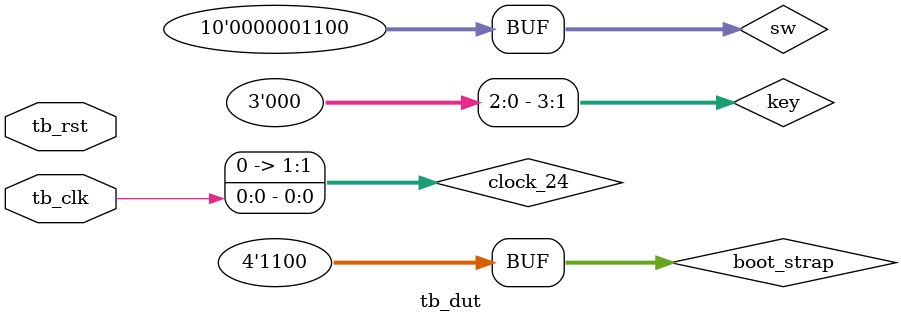
<source format=v>


`include "timescale.v"


module tb_dut(
                input tb_clk,
                input tb_rst
              );
              
  wire [3:0]	boot_strap = 4'b1100;  					
  
  
  // --------------------------------------------------------------------
  // de1 wires 
  wire  [1:0]   clock_24;
  wire  [1:0]   clock_27;
  wire          clock_50;
  wire          ext_clock;
  wire  [3:0]   key;
  wire  [9:0]   sw;
  wire  [6:0]   hex0;
  wire  [6:0]   hex1;
  wire  [6:0]   hex2;
  wire  [6:0]   hex3;
  wire  [7:0]   ledg;
  wire  [9:0]   ledr;
  wire          uart_txd;
  wire          uart_rxd;
  wire  [15:0]  dram_dq;
  wire  [11:0]  dram_addr;
  wire          dram_ldqm;
  wire          dram_udqm;
  wire          dram_we_n;
  wire          dram_cas_n;
  wire          dram_ras_n;
  wire          dram_cs_n;
  wire          dram_ba_0;
  wire          dram_ba_1;
  wire          dram_clk;
  wire          dram_cke;
  wire  [7:0]   fl_dq;
  wire  [21:0]  fl_addr;
  wire          fl_we_n;
  wire          fl_rst_n;
  wire          fl_oe_n;
  wire          fl_ce_n;
  wire  [15:0]  sram_dq;
  wire  [17:0]  sram_addr;
  wire          sram_ub_n;
  wire          sram_lb_n;
  wire          sram_we_n;
  wire          sram_ce_n;
  wire          sram_oe_n;
  wire          sd_dat;
  wire          sd_dat3;
  wire          sd_cmd;
  wire          sd_clk;
  wire          i2c_sdat;
  wire          i2c_sclk;
  wire          ps2_dat;
  wire          ps2_clk;
  wire          tdi;
  wire          tck;
  wire          tcs;
  wire          tdo;
  wire          vga_hs;
  wire          vga_vs;
  wire  [3:0]   vga_r;
  wire  [3:0]   vga_g;
  wire  [3:0]   vga_b;
  wire          aud_adclrck;
  wire          aud_adcdat;
  wire          aud_daclrck;
  wire          aud_dacdat;
  wire          aud_bclk;
  wire          aud_xck;
  wire  [35:0]  gpio_0;
  wire  [35:0]  gpio_1;  
  
  
  // --------------------------------------------------------------------
  // fpga top 
  assign clock_24 = {1'b0, tb_clk};
  assign sw       = {6'b000000, boot_strap};
  assign key      = {3'b000, ~tb_rst};
  					
top
  i_top(
    ////////////////////////  Clock Input     ////////////////////////
    .clock_24( clock_24 ),               //  24 MHz
    .clock_27(clock_27),               //  27 MHz
    .clock_50(clock_50),               //  50 MHz
    .ext_clock(ext_clock),              //  External Clock
    ////////////////////////  Push Button     ////////////////////////
    .key( key ),                    //  Pushbutton[3:0]
    ////////////////////////  DPDT Switch     ////////////////////////
    .sw( sw ),                     //  Toggle Switch[9:0]
    ////////////////////////  7-SEG Dispaly   ////////////////////////
    .hex0(hex0),                   //  Seven Segment Digit 0
    .hex1(hex1),                   //  Seven Segment Digit 1
    .hex2(hex2),                   //  Seven Segment Digit 2
    .hex3(hex3),                   //  Seven Segment Digit 3
    ////////////////////////////  LED     ////////////////////////////
    .ledg(ledg),                   //  LED Green[7:0]
    .ledr(ledr),                   //  LED Red[9:0]
    ////////////////////////////  UART    ////////////////////////////
    .uart_txd(uart_txd),               //  UART Transmitter
    .uart_rxd(uart_rxd),               //  UART Receiver
    ///////////////////////       SDRAM Interface ////////////////////////
    .dram_dq(dram_dq),                //  SDRAM Data bus 16 Bits
    .dram_addr(dram_addr),              //  SDRAM Address bus 12 Bits
    .dram_ldqm(dram_ldqm),              //  SDRAM Low-byte Data Mask 
    .dram_udqm(dram_udqm),              //  SDRAM High-byte Data Mask
    .dram_we_n(dram_we_n),              //  SDRAM Write Enable
    .dram_cas_n(dram_cas_n),             //  SDRAM Column Address Strobe
    .dram_ras_n(dram_ras_n),             //  SDRAM Row Address Strobe
    .dram_cs_n(dram_cs_n),              //  SDRAM Chip Select
    .dram_ba_0(dram_ba_0),              //  SDRAM Bank Address 0
    .dram_ba_1(dram_ba_1),              //  SDRAM Bank Address 0
    .dram_clk(dram_clk),               //  SDRAM Clock
    .dram_cke(dram_cke),               //  SDRAM Clock Enable
    ////////////////////////  Flash Interface ////////////////////////
    .fl_dq(fl_dq),                  //  FLASH Data bus 8 Bits
    .fl_addr(fl_addr),                //  FLASH Address bus 22 Bits
    .fl_we_n(fl_we_n),                //  FLASH Write Enable
    .fl_rst_n(fl_rst_n),               //  FLASH Reset
    .fl_oe_n(fl_oe_n),                //  FLASH Output Enable
    .fl_ce_n(fl_ce_n),                //  FLASH Chip Enable
    ////////////////////////  SRAM Interface  ////////////////////////
    .sram_dq(sram_dq),                //  SRAM Data bus 16 Bits
    .sram_addr(sram_addr),              //  SRAM Address bus 18 Bits
    .sram_ub_n(sram_ub_n),              //  SRAM High-byte Data Mask 
    .sram_lb_n(sram_lb_n),              //  SRAM Low-byte Data Mask 
    .sram_we_n(sram_we_n),              //  SRAM Write Enable
    .sram_ce_n(sram_ce_n),              //  SRAM Chip Enable
    .sram_oe_n(sram_oe_n),              //  SRAM Output Enable
    ////////////////////  SD Card Interface   ////////////////////////
    .sd_dat(sd_dat),                 //  SD Card Data
    .sd_dat3(sd_dat3),                //  SD Card Data 3
    .sd_cmd(sd_cmd),                 //  SD Card Command Signal
    .sd_clk(sd_clk),                 //  SD Card Clock
    ////////////////////////  I2C     ////////////////////////////////
    .i2c_sdat(i2c_sdat),               //  I2C Data
    .i2c_sclk(i2c_sclk),               //  I2C Clock
    ////////////////////////  PS2     ////////////////////////////////
    .ps2_dat(ps2_dat),                //  PS2 Data
    .ps2_clk(ps2_clk),                //  PS2 Clock
    ////////////////////  USB JTAG link   ////////////////////////////
    .tdi(tdi),                    // CPLD -> FPGA (data in)
    .tck(tck),                    // CPLD -> FPGA (clk)
    .tcs(tcs),                    // CPLD -> FPGA (CS)
    .tdo(tdo),                    // FPGA -> CPLD (data out)
    ////////////////////////  VGA         ////////////////////////////
    .vga_hs(vga_hs),                 //  VGA H_SYNC
    .vga_vs(vga_vs),                 //  VGA V_SYNC
    .vga_r(vga_r),                  //  VGA Red[3:0]
    .vga_g(vga_g),                  //  VGA Green[3:0]
    .vga_b(vga_b),                  //  VGA Blue[3:0]
    ////////////////////  Audio CODEC     ////////////////////////////
    .aud_adclrck(aud_adclrck),            //  Audio CODEC ADC LR Clock
    .aud_adcdat(aud_adcdat),             //  Audio CODEC ADC Data
    .aud_daclrck(aud_daclrck),            //  Audio CODEC DAC LR Clock
    .aud_dacdat(aud_dacdat),             //  Audio CODEC DAC Data
    .aud_bclk(aud_bclk),               //  Audio CODEC Bit-Stream Clock
    .aud_xck(aud_xck),                //  Audio CODEC Chip Clock
    ////////////////////////  GPIO    ////////////////////////////////
    .gpio_0(gpio_0),                 //  GPIO Connection 0
    .gpio_1(gpio_1)                  //  GPIO Connection 1
  );

  
  // --------------------------------------------------------------------
  // IS61LV25616
  IS61LV25616 i_IS61LV25616 (
                              .A(sram_addr),
                              .IO(sram_dq),
                              .CE_(sram_ce_n),
                              .OE_(sram_oe_n),
                              .WE_(sram_we_n),
                              .LB_(sram_lb_n),
                              .UB_(sram_ub_n)
                            );
  
                            
  // --------------------------------------------------------------------
  // s29al032d_00
  s29al032d_00 #( .UserPreload(1'b1), .mem_file_name( "../../../sw/load_this_to_ram/boot_rom_2.txt" ) )
  i_s29al032d_00(
                  .A21(fl_addr[21]),
                  .A20(fl_addr[20]),
                  .A19(fl_addr[19]),
                  .A18(fl_addr[18]),
                  .A17(fl_addr[17]),
                  .A16(fl_addr[16]),
                  .A15(fl_addr[15]),
                  .A14(fl_addr[14]),
                  .A13(fl_addr[13]),
                  .A12(fl_addr[12]),
                  .A11(fl_addr[11]),
                  .A10(fl_addr[10]),
                  .A9(fl_addr[9]),
                  .A8(fl_addr[8]),
                  .A7(fl_addr[7]),
                  .A6(fl_addr[6]),
                  .A5(fl_addr[5]),
                  .A4(fl_addr[4]),
                  .A3(fl_addr[3]),
                  .A2(fl_addr[2]),
                  .A1(fl_addr[1]),
                  .A0(fl_addr[0]),

                  .DQ7(fl_dq[7]),
                  .DQ6(fl_dq[6]),
                  .DQ5(fl_dq[5]),
                  .DQ4(fl_dq[4]),
                  .DQ3(fl_dq[3]),
                  .DQ2(fl_dq[2]),
                  .DQ1(fl_dq[1]),
                  .DQ0(fl_dq[0]),

                  .CENeg(fl_ce_n),
                  .OENeg(fl_oe_n),
                  .WENeg(fl_we_n),
                  .RESETNeg(fl_rst_n),
                  .ACC(),
                  .RY()
                );  
endmodule


</source>
